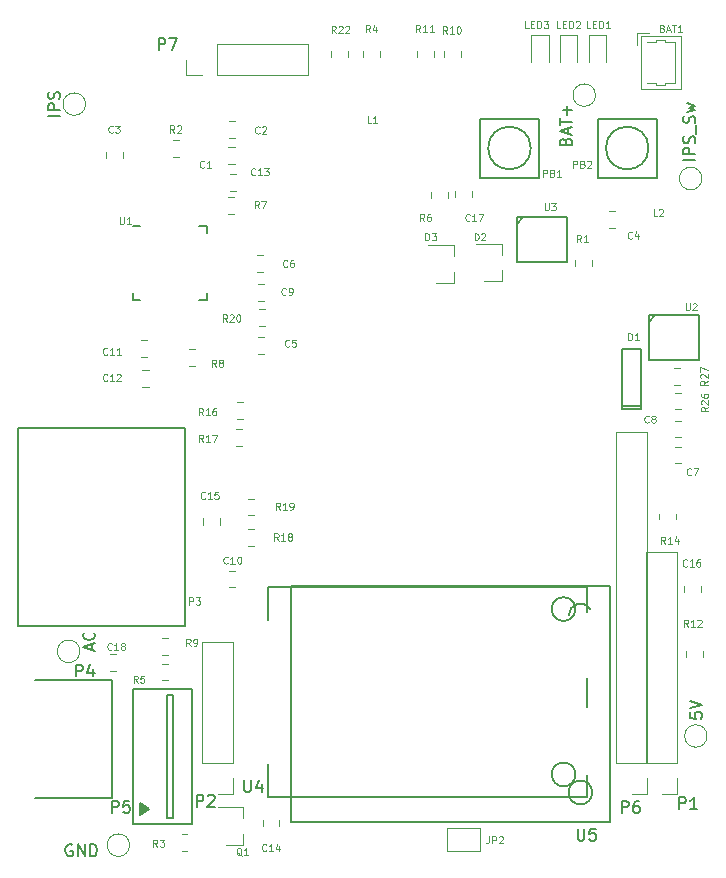
<source format=gbr>
G04 #@! TF.GenerationSoftware,KiCad,Pcbnew,(5.99.0-10509-g065f85b504)*
G04 #@! TF.CreationDate,2021-07-11T16:30:22-06:00*
G04 #@! TF.ProjectId,HAT_ver_7,4841545f-7665-4725-9f37-2e6b69636164,7.0.6*
G04 #@! TF.SameCoordinates,Original*
G04 #@! TF.FileFunction,Legend,Top*
G04 #@! TF.FilePolarity,Positive*
%FSLAX46Y46*%
G04 Gerber Fmt 4.6, Leading zero omitted, Abs format (unit mm)*
G04 Created by KiCad (PCBNEW (5.99.0-10509-g065f85b504)) date 2021-07-11 16:30:22*
%MOMM*%
%LPD*%
G01*
G04 APERTURE LIST*
%ADD10C,0.150000*%
%ADD11C,0.100000*%
%ADD12C,0.120000*%
G04 APERTURE END LIST*
D10*
X134050066Y-116612895D02*
X134050066Y-116136704D01*
X134335780Y-116708133D02*
X133335780Y-116374800D01*
X134335780Y-116041466D01*
X134240542Y-115136704D02*
X134288161Y-115184323D01*
X134335780Y-115327180D01*
X134335780Y-115422419D01*
X134288161Y-115565276D01*
X134192923Y-115660514D01*
X134097685Y-115708133D01*
X133907209Y-115755752D01*
X133764352Y-115755752D01*
X133573876Y-115708133D01*
X133478638Y-115660514D01*
X133383400Y-115565276D01*
X133335780Y-115422419D01*
X133335780Y-115327180D01*
X133383400Y-115184323D01*
X133431019Y-115136704D01*
X174178571Y-73547142D02*
X174226190Y-73404285D01*
X174273809Y-73356666D01*
X174369047Y-73309047D01*
X174511904Y-73309047D01*
X174607142Y-73356666D01*
X174654761Y-73404285D01*
X174702380Y-73499523D01*
X174702380Y-73880476D01*
X173702380Y-73880476D01*
X173702380Y-73547142D01*
X173750000Y-73451904D01*
X173797619Y-73404285D01*
X173892857Y-73356666D01*
X173988095Y-73356666D01*
X174083333Y-73404285D01*
X174130952Y-73451904D01*
X174178571Y-73547142D01*
X174178571Y-73880476D01*
X174416666Y-72928095D02*
X174416666Y-72451904D01*
X174702380Y-73023333D02*
X173702380Y-72690000D01*
X174702380Y-72356666D01*
X173702380Y-72166190D02*
X173702380Y-71594761D01*
X174702380Y-71880476D02*
X173702380Y-71880476D01*
X174321428Y-71261428D02*
X174321428Y-70499523D01*
X174702380Y-70880476D02*
X173940476Y-70880476D01*
X131372380Y-71366190D02*
X130372380Y-71366190D01*
X131372380Y-70890000D02*
X130372380Y-70890000D01*
X130372380Y-70509047D01*
X130420000Y-70413809D01*
X130467619Y-70366190D01*
X130562857Y-70318571D01*
X130705714Y-70318571D01*
X130800952Y-70366190D01*
X130848571Y-70413809D01*
X130896190Y-70509047D01*
X130896190Y-70890000D01*
X131324761Y-69937619D02*
X131372380Y-69794761D01*
X131372380Y-69556666D01*
X131324761Y-69461428D01*
X131277142Y-69413809D01*
X131181904Y-69366190D01*
X131086666Y-69366190D01*
X130991428Y-69413809D01*
X130943809Y-69461428D01*
X130896190Y-69556666D01*
X130848571Y-69747142D01*
X130800952Y-69842380D01*
X130753333Y-69890000D01*
X130658095Y-69937619D01*
X130562857Y-69937619D01*
X130467619Y-69890000D01*
X130420000Y-69842380D01*
X130372380Y-69747142D01*
X130372380Y-69509047D01*
X130420000Y-69366190D01*
X184719980Y-121881876D02*
X184719980Y-122358066D01*
X185196171Y-122405685D01*
X185148552Y-122358066D01*
X185100933Y-122262828D01*
X185100933Y-122024733D01*
X185148552Y-121929495D01*
X185196171Y-121881876D01*
X185291409Y-121834257D01*
X185529504Y-121834257D01*
X185624742Y-121881876D01*
X185672361Y-121929495D01*
X185719980Y-122024733D01*
X185719980Y-122262828D01*
X185672361Y-122358066D01*
X185624742Y-122405685D01*
X184719980Y-121548542D02*
X185719980Y-121215209D01*
X184719980Y-120881876D01*
X132410295Y-133104000D02*
X132315057Y-133056380D01*
X132172200Y-133056380D01*
X132029342Y-133104000D01*
X131934104Y-133199238D01*
X131886485Y-133294476D01*
X131838866Y-133484952D01*
X131838866Y-133627809D01*
X131886485Y-133818285D01*
X131934104Y-133913523D01*
X132029342Y-134008761D01*
X132172200Y-134056380D01*
X132267438Y-134056380D01*
X132410295Y-134008761D01*
X132457914Y-133961142D01*
X132457914Y-133627809D01*
X132267438Y-133627809D01*
X132886485Y-134056380D02*
X132886485Y-133056380D01*
X133457914Y-134056380D01*
X133457914Y-133056380D01*
X133934104Y-134056380D02*
X133934104Y-133056380D01*
X134172200Y-133056380D01*
X134315057Y-133104000D01*
X134410295Y-133199238D01*
X134457914Y-133294476D01*
X134505533Y-133484952D01*
X134505533Y-133627809D01*
X134457914Y-133818285D01*
X134410295Y-133913523D01*
X134315057Y-134008761D01*
X134172200Y-134056380D01*
X133934104Y-134056380D01*
X185152380Y-75117142D02*
X184152380Y-75117142D01*
X185152380Y-74640952D02*
X184152380Y-74640952D01*
X184152380Y-74260000D01*
X184200000Y-74164761D01*
X184247619Y-74117142D01*
X184342857Y-74069523D01*
X184485714Y-74069523D01*
X184580952Y-74117142D01*
X184628571Y-74164761D01*
X184676190Y-74260000D01*
X184676190Y-74640952D01*
X185104761Y-73688571D02*
X185152380Y-73545714D01*
X185152380Y-73307619D01*
X185104761Y-73212380D01*
X185057142Y-73164761D01*
X184961904Y-73117142D01*
X184866666Y-73117142D01*
X184771428Y-73164761D01*
X184723809Y-73212380D01*
X184676190Y-73307619D01*
X184628571Y-73498095D01*
X184580952Y-73593333D01*
X184533333Y-73640952D01*
X184438095Y-73688571D01*
X184342857Y-73688571D01*
X184247619Y-73640952D01*
X184200000Y-73593333D01*
X184152380Y-73498095D01*
X184152380Y-73260000D01*
X184200000Y-73117142D01*
X185247619Y-72926666D02*
X185247619Y-72164761D01*
X185104761Y-71974285D02*
X185152380Y-71831428D01*
X185152380Y-71593333D01*
X185104761Y-71498095D01*
X185057142Y-71450476D01*
X184961904Y-71402857D01*
X184866666Y-71402857D01*
X184771428Y-71450476D01*
X184723809Y-71498095D01*
X184676190Y-71593333D01*
X184628571Y-71783809D01*
X184580952Y-71879047D01*
X184533333Y-71926666D01*
X184438095Y-71974285D01*
X184342857Y-71974285D01*
X184247619Y-71926666D01*
X184200000Y-71879047D01*
X184152380Y-71783809D01*
X184152380Y-71545714D01*
X184200000Y-71402857D01*
X184485714Y-71069523D02*
X185152380Y-70879047D01*
X184676190Y-70688571D01*
X185152380Y-70498095D01*
X184485714Y-70307619D01*
D11*
X172281942Y-76522228D02*
X172281942Y-75922228D01*
X172510514Y-75922228D01*
X172567657Y-75950800D01*
X172596228Y-75979371D01*
X172624800Y-76036514D01*
X172624800Y-76122228D01*
X172596228Y-76179371D01*
X172567657Y-76207942D01*
X172510514Y-76236514D01*
X172281942Y-76236514D01*
X173081942Y-76207942D02*
X173167657Y-76236514D01*
X173196228Y-76265085D01*
X173224800Y-76322228D01*
X173224800Y-76407942D01*
X173196228Y-76465085D01*
X173167657Y-76493657D01*
X173110514Y-76522228D01*
X172881942Y-76522228D01*
X172881942Y-75922228D01*
X173081942Y-75922228D01*
X173139085Y-75950800D01*
X173167657Y-75979371D01*
X173196228Y-76036514D01*
X173196228Y-76093657D01*
X173167657Y-76150800D01*
X173139085Y-76179371D01*
X173081942Y-76207942D01*
X172881942Y-76207942D01*
X173796228Y-76522228D02*
X173453371Y-76522228D01*
X173624800Y-76522228D02*
X173624800Y-75922228D01*
X173567657Y-76007942D01*
X173510514Y-76065085D01*
X173453371Y-76093657D01*
X184352857Y-87241428D02*
X184352857Y-87727142D01*
X184381428Y-87784285D01*
X184410000Y-87812857D01*
X184467142Y-87841428D01*
X184581428Y-87841428D01*
X184638571Y-87812857D01*
X184667142Y-87784285D01*
X184695714Y-87727142D01*
X184695714Y-87241428D01*
X184952857Y-87298571D02*
X184981428Y-87270000D01*
X185038571Y-87241428D01*
X185181428Y-87241428D01*
X185238571Y-87270000D01*
X185267142Y-87298571D01*
X185295714Y-87355714D01*
X185295714Y-87412857D01*
X185267142Y-87498571D01*
X184924285Y-87841428D01*
X185295714Y-87841428D01*
X175490200Y-82059428D02*
X175290200Y-81773714D01*
X175147342Y-82059428D02*
X175147342Y-81459428D01*
X175375914Y-81459428D01*
X175433057Y-81488000D01*
X175461628Y-81516571D01*
X175490200Y-81573714D01*
X175490200Y-81659428D01*
X175461628Y-81716571D01*
X175433057Y-81745142D01*
X175375914Y-81773714D01*
X175147342Y-81773714D01*
X176061628Y-82059428D02*
X175718771Y-82059428D01*
X175890200Y-82059428D02*
X175890200Y-81459428D01*
X175833057Y-81545142D01*
X175775914Y-81602285D01*
X175718771Y-81630857D01*
X172402857Y-78761428D02*
X172402857Y-79247142D01*
X172431428Y-79304285D01*
X172460000Y-79332857D01*
X172517142Y-79361428D01*
X172631428Y-79361428D01*
X172688571Y-79332857D01*
X172717142Y-79304285D01*
X172745714Y-79247142D01*
X172745714Y-78761428D01*
X172974285Y-78761428D02*
X173345714Y-78761428D01*
X173145714Y-78990000D01*
X173231428Y-78990000D01*
X173288571Y-79018571D01*
X173317142Y-79047142D01*
X173345714Y-79104285D01*
X173345714Y-79247142D01*
X173317142Y-79304285D01*
X173288571Y-79332857D01*
X173231428Y-79361428D01*
X173060000Y-79361428D01*
X173002857Y-79332857D01*
X172974285Y-79304285D01*
X157710200Y-72001028D02*
X157424485Y-72001028D01*
X157424485Y-71401028D01*
X158224485Y-72001028D02*
X157881628Y-72001028D01*
X158053057Y-72001028D02*
X158053057Y-71401028D01*
X157995914Y-71486742D01*
X157938771Y-71543885D01*
X157881628Y-71572457D01*
X179497142Y-90381428D02*
X179497142Y-89781428D01*
X179640000Y-89781428D01*
X179725714Y-89810000D01*
X179782857Y-89867142D01*
X179811428Y-89924285D01*
X179840000Y-90038571D01*
X179840000Y-90124285D01*
X179811428Y-90238571D01*
X179782857Y-90295714D01*
X179725714Y-90352857D01*
X179640000Y-90381428D01*
X179497142Y-90381428D01*
X180411428Y-90381428D02*
X180068571Y-90381428D01*
X180240000Y-90381428D02*
X180240000Y-89781428D01*
X180182857Y-89867142D01*
X180125714Y-89924285D01*
X180068571Y-89952857D01*
X136423457Y-79960828D02*
X136423457Y-80446542D01*
X136452028Y-80503685D01*
X136480600Y-80532257D01*
X136537742Y-80560828D01*
X136652028Y-80560828D01*
X136709171Y-80532257D01*
X136737742Y-80503685D01*
X136766314Y-80446542D01*
X136766314Y-79960828D01*
X137366314Y-80560828D02*
X137023457Y-80560828D01*
X137194885Y-80560828D02*
X137194885Y-79960828D01*
X137137742Y-80046542D01*
X137080600Y-80103685D01*
X137023457Y-80132257D01*
X142327142Y-112751428D02*
X142327142Y-112151428D01*
X142555714Y-112151428D01*
X142612857Y-112180000D01*
X142641428Y-112208571D01*
X142670000Y-112265714D01*
X142670000Y-112351428D01*
X142641428Y-112408571D01*
X142612857Y-112437142D01*
X142555714Y-112465714D01*
X142327142Y-112465714D01*
X142870000Y-112151428D02*
X143241428Y-112151428D01*
X143041428Y-112380000D01*
X143127142Y-112380000D01*
X143184285Y-112408571D01*
X143212857Y-112437142D01*
X143241428Y-112494285D01*
X143241428Y-112637142D01*
X143212857Y-112694285D01*
X143184285Y-112722857D01*
X143127142Y-112751428D01*
X142955714Y-112751428D01*
X142898571Y-112722857D01*
X142870000Y-112694285D01*
D10*
X183792904Y-130068580D02*
X183792904Y-129068580D01*
X184173857Y-129068580D01*
X184269095Y-129116200D01*
X184316714Y-129163819D01*
X184364333Y-129259057D01*
X184364333Y-129401914D01*
X184316714Y-129497152D01*
X184269095Y-129544771D01*
X184173857Y-129592390D01*
X183792904Y-129592390D01*
X185316714Y-130068580D02*
X184745285Y-130068580D01*
X185031000Y-130068580D02*
X185031000Y-129068580D01*
X184935761Y-129211438D01*
X184840523Y-129306676D01*
X184745285Y-129354295D01*
D11*
X182361428Y-63957142D02*
X182447142Y-63985714D01*
X182475714Y-64014285D01*
X182504285Y-64071428D01*
X182504285Y-64157142D01*
X182475714Y-64214285D01*
X182447142Y-64242857D01*
X182390000Y-64271428D01*
X182161428Y-64271428D01*
X182161428Y-63671428D01*
X182361428Y-63671428D01*
X182418571Y-63700000D01*
X182447142Y-63728571D01*
X182475714Y-63785714D01*
X182475714Y-63842857D01*
X182447142Y-63900000D01*
X182418571Y-63928571D01*
X182361428Y-63957142D01*
X182161428Y-63957142D01*
X182732857Y-64100000D02*
X183018571Y-64100000D01*
X182675714Y-64271428D02*
X182875714Y-63671428D01*
X183075714Y-64271428D01*
X183190000Y-63671428D02*
X183532857Y-63671428D01*
X183361428Y-64271428D02*
X183361428Y-63671428D01*
X184047142Y-64271428D02*
X183704285Y-64271428D01*
X183875714Y-64271428D02*
X183875714Y-63671428D01*
X183818571Y-63757142D01*
X183761428Y-63814285D01*
X183704285Y-63842857D01*
X137949000Y-119372028D02*
X137749000Y-119086314D01*
X137606142Y-119372028D02*
X137606142Y-118772028D01*
X137834714Y-118772028D01*
X137891857Y-118800600D01*
X137920428Y-118829171D01*
X137949000Y-118886314D01*
X137949000Y-118972028D01*
X137920428Y-119029171D01*
X137891857Y-119057742D01*
X137834714Y-119086314D01*
X137606142Y-119086314D01*
X138491857Y-118772028D02*
X138206142Y-118772028D01*
X138177571Y-119057742D01*
X138206142Y-119029171D01*
X138263285Y-119000600D01*
X138406142Y-119000600D01*
X138463285Y-119029171D01*
X138491857Y-119057742D01*
X138520428Y-119114885D01*
X138520428Y-119257742D01*
X138491857Y-119314885D01*
X138463285Y-119343457D01*
X138406142Y-119372028D01*
X138263285Y-119372028D01*
X138206142Y-119343457D01*
X138177571Y-119314885D01*
X166060485Y-80224285D02*
X166031914Y-80252857D01*
X165946200Y-80281428D01*
X165889057Y-80281428D01*
X165803342Y-80252857D01*
X165746200Y-80195714D01*
X165717628Y-80138571D01*
X165689057Y-80024285D01*
X165689057Y-79938571D01*
X165717628Y-79824285D01*
X165746200Y-79767142D01*
X165803342Y-79710000D01*
X165889057Y-79681428D01*
X165946200Y-79681428D01*
X166031914Y-79710000D01*
X166060485Y-79738571D01*
X166631914Y-80281428D02*
X166289057Y-80281428D01*
X166460485Y-80281428D02*
X166460485Y-79681428D01*
X166403342Y-79767142D01*
X166346200Y-79824285D01*
X166289057Y-79852857D01*
X166831914Y-79681428D02*
X167231914Y-79681428D01*
X166974771Y-80281428D01*
X162231400Y-80281428D02*
X162031400Y-79995714D01*
X161888542Y-80281428D02*
X161888542Y-79681428D01*
X162117114Y-79681428D01*
X162174257Y-79710000D01*
X162202828Y-79738571D01*
X162231400Y-79795714D01*
X162231400Y-79881428D01*
X162202828Y-79938571D01*
X162174257Y-79967142D01*
X162117114Y-79995714D01*
X161888542Y-79995714D01*
X162745685Y-79681428D02*
X162631400Y-79681428D01*
X162574257Y-79710000D01*
X162545685Y-79738571D01*
X162488542Y-79824285D01*
X162459971Y-79938571D01*
X162459971Y-80167142D01*
X162488542Y-80224285D01*
X162517114Y-80252857D01*
X162574257Y-80281428D01*
X162688542Y-80281428D01*
X162745685Y-80252857D01*
X162774257Y-80224285D01*
X162802828Y-80167142D01*
X162802828Y-80024285D01*
X162774257Y-79967142D01*
X162745685Y-79938571D01*
X162688542Y-79910000D01*
X162574257Y-79910000D01*
X162517114Y-79938571D01*
X162488542Y-79967142D01*
X162459971Y-80024285D01*
X166485942Y-81907028D02*
X166485942Y-81307028D01*
X166628800Y-81307028D01*
X166714514Y-81335600D01*
X166771657Y-81392742D01*
X166800228Y-81449885D01*
X166828800Y-81564171D01*
X166828800Y-81649885D01*
X166800228Y-81764171D01*
X166771657Y-81821314D01*
X166714514Y-81878457D01*
X166628800Y-81907028D01*
X166485942Y-81907028D01*
X167057371Y-81364171D02*
X167085942Y-81335600D01*
X167143085Y-81307028D01*
X167285942Y-81307028D01*
X167343085Y-81335600D01*
X167371657Y-81364171D01*
X167400228Y-81421314D01*
X167400228Y-81478457D01*
X167371657Y-81564171D01*
X167028800Y-81907028D01*
X167400228Y-81907028D01*
X184551885Y-114620628D02*
X184351885Y-114334914D01*
X184209028Y-114620628D02*
X184209028Y-114020628D01*
X184437600Y-114020628D01*
X184494742Y-114049200D01*
X184523314Y-114077771D01*
X184551885Y-114134914D01*
X184551885Y-114220628D01*
X184523314Y-114277771D01*
X184494742Y-114306342D01*
X184437600Y-114334914D01*
X184209028Y-114334914D01*
X185123314Y-114620628D02*
X184780457Y-114620628D01*
X184951885Y-114620628D02*
X184951885Y-114020628D01*
X184894742Y-114106342D01*
X184837600Y-114163485D01*
X184780457Y-114192057D01*
X185351885Y-114077771D02*
X185380457Y-114049200D01*
X185437600Y-114020628D01*
X185580457Y-114020628D01*
X185637600Y-114049200D01*
X185666171Y-114077771D01*
X185694742Y-114134914D01*
X185694742Y-114192057D01*
X185666171Y-114277771D01*
X185323314Y-114620628D01*
X185694742Y-114620628D01*
X143587800Y-75703085D02*
X143559228Y-75731657D01*
X143473514Y-75760228D01*
X143416371Y-75760228D01*
X143330657Y-75731657D01*
X143273514Y-75674514D01*
X143244942Y-75617371D01*
X143216371Y-75503085D01*
X143216371Y-75417371D01*
X143244942Y-75303085D01*
X143273514Y-75245942D01*
X143330657Y-75188800D01*
X143416371Y-75160228D01*
X143473514Y-75160228D01*
X143559228Y-75188800D01*
X143587800Y-75217371D01*
X144159228Y-75760228D02*
X143816371Y-75760228D01*
X143987800Y-75760228D02*
X143987800Y-75160228D01*
X143930657Y-75245942D01*
X143873514Y-75303085D01*
X143816371Y-75331657D01*
X148273800Y-72815085D02*
X148245228Y-72843657D01*
X148159514Y-72872228D01*
X148102371Y-72872228D01*
X148016657Y-72843657D01*
X147959514Y-72786514D01*
X147930942Y-72729371D01*
X147902371Y-72615085D01*
X147902371Y-72529371D01*
X147930942Y-72415085D01*
X147959514Y-72357942D01*
X148016657Y-72300800D01*
X148102371Y-72272228D01*
X148159514Y-72272228D01*
X148245228Y-72300800D01*
X148273800Y-72329371D01*
X148502371Y-72329371D02*
X148530942Y-72300800D01*
X148588085Y-72272228D01*
X148730942Y-72272228D01*
X148788085Y-72300800D01*
X148816657Y-72329371D01*
X148845228Y-72386514D01*
X148845228Y-72443657D01*
X148816657Y-72529371D01*
X148473800Y-72872228D01*
X148845228Y-72872228D01*
X135854600Y-72737785D02*
X135826028Y-72766357D01*
X135740314Y-72794928D01*
X135683171Y-72794928D01*
X135597457Y-72766357D01*
X135540314Y-72709214D01*
X135511742Y-72652071D01*
X135483171Y-72537785D01*
X135483171Y-72452071D01*
X135511742Y-72337785D01*
X135540314Y-72280642D01*
X135597457Y-72223500D01*
X135683171Y-72194928D01*
X135740314Y-72194928D01*
X135826028Y-72223500D01*
X135854600Y-72252071D01*
X136054600Y-72194928D02*
X136426028Y-72194928D01*
X136226028Y-72423500D01*
X136311742Y-72423500D01*
X136368885Y-72452071D01*
X136397457Y-72480642D01*
X136426028Y-72537785D01*
X136426028Y-72680642D01*
X136397457Y-72737785D01*
X136368885Y-72766357D01*
X136311742Y-72794928D01*
X136140314Y-72794928D01*
X136083171Y-72766357D01*
X136054600Y-72737785D01*
X179808200Y-81722885D02*
X179779628Y-81751457D01*
X179693914Y-81780028D01*
X179636771Y-81780028D01*
X179551057Y-81751457D01*
X179493914Y-81694314D01*
X179465342Y-81637171D01*
X179436771Y-81522885D01*
X179436771Y-81437171D01*
X179465342Y-81322885D01*
X179493914Y-81265742D01*
X179551057Y-81208600D01*
X179636771Y-81180028D01*
X179693914Y-81180028D01*
X179779628Y-81208600D01*
X179808200Y-81237171D01*
X180322485Y-81380028D02*
X180322485Y-81780028D01*
X180179628Y-81151457D02*
X180036771Y-81580028D01*
X180408200Y-81580028D01*
X150801400Y-90866885D02*
X150772828Y-90895457D01*
X150687114Y-90924028D01*
X150629971Y-90924028D01*
X150544257Y-90895457D01*
X150487114Y-90838314D01*
X150458542Y-90781171D01*
X150429971Y-90666885D01*
X150429971Y-90581171D01*
X150458542Y-90466885D01*
X150487114Y-90409742D01*
X150544257Y-90352600D01*
X150629971Y-90324028D01*
X150687114Y-90324028D01*
X150772828Y-90352600D01*
X150801400Y-90381171D01*
X151344257Y-90324028D02*
X151058542Y-90324028D01*
X151029971Y-90609742D01*
X151058542Y-90581171D01*
X151115685Y-90552600D01*
X151258542Y-90552600D01*
X151315685Y-90581171D01*
X151344257Y-90609742D01*
X151372828Y-90666885D01*
X151372828Y-90809742D01*
X151344257Y-90866885D01*
X151315685Y-90895457D01*
X151258542Y-90924028D01*
X151115685Y-90924028D01*
X151058542Y-90895457D01*
X151029971Y-90866885D01*
X150623600Y-84110485D02*
X150595028Y-84139057D01*
X150509314Y-84167628D01*
X150452171Y-84167628D01*
X150366457Y-84139057D01*
X150309314Y-84081914D01*
X150280742Y-84024771D01*
X150252171Y-83910485D01*
X150252171Y-83824771D01*
X150280742Y-83710485D01*
X150309314Y-83653342D01*
X150366457Y-83596200D01*
X150452171Y-83567628D01*
X150509314Y-83567628D01*
X150595028Y-83596200D01*
X150623600Y-83624771D01*
X151137885Y-83567628D02*
X151023600Y-83567628D01*
X150966457Y-83596200D01*
X150937885Y-83624771D01*
X150880742Y-83710485D01*
X150852171Y-83824771D01*
X150852171Y-84053342D01*
X150880742Y-84110485D01*
X150909314Y-84139057D01*
X150966457Y-84167628D01*
X151080742Y-84167628D01*
X151137885Y-84139057D01*
X151166457Y-84110485D01*
X151195028Y-84053342D01*
X151195028Y-83910485D01*
X151166457Y-83853342D01*
X151137885Y-83824771D01*
X151080742Y-83796200D01*
X150966457Y-83796200D01*
X150909314Y-83824771D01*
X150880742Y-83853342D01*
X150852171Y-83910485D01*
X184820000Y-101764285D02*
X184791428Y-101792857D01*
X184705714Y-101821428D01*
X184648571Y-101821428D01*
X184562857Y-101792857D01*
X184505714Y-101735714D01*
X184477142Y-101678571D01*
X184448571Y-101564285D01*
X184448571Y-101478571D01*
X184477142Y-101364285D01*
X184505714Y-101307142D01*
X184562857Y-101250000D01*
X184648571Y-101221428D01*
X184705714Y-101221428D01*
X184791428Y-101250000D01*
X184820000Y-101278571D01*
X185020000Y-101221428D02*
X185420000Y-101221428D01*
X185162857Y-101821428D01*
X181230600Y-97293085D02*
X181202028Y-97321657D01*
X181116314Y-97350228D01*
X181059171Y-97350228D01*
X180973457Y-97321657D01*
X180916314Y-97264514D01*
X180887742Y-97207371D01*
X180859171Y-97093085D01*
X180859171Y-97007371D01*
X180887742Y-96893085D01*
X180916314Y-96835942D01*
X180973457Y-96778800D01*
X181059171Y-96750228D01*
X181116314Y-96750228D01*
X181202028Y-96778800D01*
X181230600Y-96807371D01*
X181573457Y-97007371D02*
X181516314Y-96978800D01*
X181487742Y-96950228D01*
X181459171Y-96893085D01*
X181459171Y-96864514D01*
X181487742Y-96807371D01*
X181516314Y-96778800D01*
X181573457Y-96750228D01*
X181687742Y-96750228D01*
X181744885Y-96778800D01*
X181773457Y-96807371D01*
X181802028Y-96864514D01*
X181802028Y-96893085D01*
X181773457Y-96950228D01*
X181744885Y-96978800D01*
X181687742Y-97007371D01*
X181573457Y-97007371D01*
X181516314Y-97035942D01*
X181487742Y-97064514D01*
X181459171Y-97121657D01*
X181459171Y-97235942D01*
X181487742Y-97293085D01*
X181516314Y-97321657D01*
X181573457Y-97350228D01*
X181687742Y-97350228D01*
X181744885Y-97321657D01*
X181773457Y-97293085D01*
X181802028Y-97235942D01*
X181802028Y-97121657D01*
X181773457Y-97064514D01*
X181744885Y-97035942D01*
X181687742Y-97007371D01*
X145584285Y-109244885D02*
X145555714Y-109273457D01*
X145470000Y-109302028D01*
X145412857Y-109302028D01*
X145327142Y-109273457D01*
X145270000Y-109216314D01*
X145241428Y-109159171D01*
X145212857Y-109044885D01*
X145212857Y-108959171D01*
X145241428Y-108844885D01*
X145270000Y-108787742D01*
X145327142Y-108730600D01*
X145412857Y-108702028D01*
X145470000Y-108702028D01*
X145555714Y-108730600D01*
X145584285Y-108759171D01*
X146155714Y-109302028D02*
X145812857Y-109302028D01*
X145984285Y-109302028D02*
X145984285Y-108702028D01*
X145927142Y-108787742D01*
X145870000Y-108844885D01*
X145812857Y-108873457D01*
X146527142Y-108702028D02*
X146584285Y-108702028D01*
X146641428Y-108730600D01*
X146670000Y-108759171D01*
X146698571Y-108816314D01*
X146727142Y-108930600D01*
X146727142Y-109073457D01*
X146698571Y-109187742D01*
X146670000Y-109244885D01*
X146641428Y-109273457D01*
X146584285Y-109302028D01*
X146527142Y-109302028D01*
X146470000Y-109273457D01*
X146441428Y-109244885D01*
X146412857Y-109187742D01*
X146384285Y-109073457D01*
X146384285Y-108930600D01*
X146412857Y-108816314D01*
X146441428Y-108759171D01*
X146470000Y-108730600D01*
X146527142Y-108702028D01*
X135377285Y-91552685D02*
X135348714Y-91581257D01*
X135263000Y-91609828D01*
X135205857Y-91609828D01*
X135120142Y-91581257D01*
X135063000Y-91524114D01*
X135034428Y-91466971D01*
X135005857Y-91352685D01*
X135005857Y-91266971D01*
X135034428Y-91152685D01*
X135063000Y-91095542D01*
X135120142Y-91038400D01*
X135205857Y-91009828D01*
X135263000Y-91009828D01*
X135348714Y-91038400D01*
X135377285Y-91066971D01*
X135948714Y-91609828D02*
X135605857Y-91609828D01*
X135777285Y-91609828D02*
X135777285Y-91009828D01*
X135720142Y-91095542D01*
X135663000Y-91152685D01*
X135605857Y-91181257D01*
X136520142Y-91609828D02*
X136177285Y-91609828D01*
X136348714Y-91609828D02*
X136348714Y-91009828D01*
X136291571Y-91095542D01*
X136234428Y-91152685D01*
X136177285Y-91181257D01*
X135377285Y-93762485D02*
X135348714Y-93791057D01*
X135263000Y-93819628D01*
X135205857Y-93819628D01*
X135120142Y-93791057D01*
X135063000Y-93733914D01*
X135034428Y-93676771D01*
X135005857Y-93562485D01*
X135005857Y-93476771D01*
X135034428Y-93362485D01*
X135063000Y-93305342D01*
X135120142Y-93248200D01*
X135205857Y-93219628D01*
X135263000Y-93219628D01*
X135348714Y-93248200D01*
X135377285Y-93276771D01*
X135948714Y-93819628D02*
X135605857Y-93819628D01*
X135777285Y-93819628D02*
X135777285Y-93219628D01*
X135720142Y-93305342D01*
X135663000Y-93362485D01*
X135605857Y-93391057D01*
X136177285Y-93276771D02*
X136205857Y-93248200D01*
X136263000Y-93219628D01*
X136405857Y-93219628D01*
X136463000Y-93248200D01*
X136491571Y-93276771D01*
X136520142Y-93333914D01*
X136520142Y-93391057D01*
X136491571Y-93476771D01*
X136148714Y-93819628D01*
X136520142Y-93819628D01*
X147914285Y-76364285D02*
X147885714Y-76392857D01*
X147800000Y-76421428D01*
X147742857Y-76421428D01*
X147657142Y-76392857D01*
X147600000Y-76335714D01*
X147571428Y-76278571D01*
X147542857Y-76164285D01*
X147542857Y-76078571D01*
X147571428Y-75964285D01*
X147600000Y-75907142D01*
X147657142Y-75850000D01*
X147742857Y-75821428D01*
X147800000Y-75821428D01*
X147885714Y-75850000D01*
X147914285Y-75878571D01*
X148485714Y-76421428D02*
X148142857Y-76421428D01*
X148314285Y-76421428D02*
X148314285Y-75821428D01*
X148257142Y-75907142D01*
X148200000Y-75964285D01*
X148142857Y-75992857D01*
X148685714Y-75821428D02*
X149057142Y-75821428D01*
X148857142Y-76050000D01*
X148942857Y-76050000D01*
X149000000Y-76078571D01*
X149028571Y-76107142D01*
X149057142Y-76164285D01*
X149057142Y-76307142D01*
X149028571Y-76364285D01*
X149000000Y-76392857D01*
X148942857Y-76421428D01*
X148771428Y-76421428D01*
X148714285Y-76392857D01*
X148685714Y-76364285D01*
X148839285Y-133564285D02*
X148810714Y-133592857D01*
X148725000Y-133621428D01*
X148667857Y-133621428D01*
X148582142Y-133592857D01*
X148525000Y-133535714D01*
X148496428Y-133478571D01*
X148467857Y-133364285D01*
X148467857Y-133278571D01*
X148496428Y-133164285D01*
X148525000Y-133107142D01*
X148582142Y-133050000D01*
X148667857Y-133021428D01*
X148725000Y-133021428D01*
X148810714Y-133050000D01*
X148839285Y-133078571D01*
X149410714Y-133621428D02*
X149067857Y-133621428D01*
X149239285Y-133621428D02*
X149239285Y-133021428D01*
X149182142Y-133107142D01*
X149125000Y-133164285D01*
X149067857Y-133192857D01*
X149925000Y-133221428D02*
X149925000Y-133621428D01*
X149782142Y-132992857D02*
X149639285Y-133421428D01*
X150010714Y-133421428D01*
X143657685Y-103744685D02*
X143629114Y-103773257D01*
X143543400Y-103801828D01*
X143486257Y-103801828D01*
X143400542Y-103773257D01*
X143343400Y-103716114D01*
X143314828Y-103658971D01*
X143286257Y-103544685D01*
X143286257Y-103458971D01*
X143314828Y-103344685D01*
X143343400Y-103287542D01*
X143400542Y-103230400D01*
X143486257Y-103201828D01*
X143543400Y-103201828D01*
X143629114Y-103230400D01*
X143657685Y-103258971D01*
X144229114Y-103801828D02*
X143886257Y-103801828D01*
X144057685Y-103801828D02*
X144057685Y-103201828D01*
X144000542Y-103287542D01*
X143943400Y-103344685D01*
X143886257Y-103373257D01*
X144771971Y-103201828D02*
X144486257Y-103201828D01*
X144457685Y-103487542D01*
X144486257Y-103458971D01*
X144543400Y-103430400D01*
X144686257Y-103430400D01*
X144743400Y-103458971D01*
X144771971Y-103487542D01*
X144800542Y-103544685D01*
X144800542Y-103687542D01*
X144771971Y-103744685D01*
X144743400Y-103773257D01*
X144686257Y-103801828D01*
X144543400Y-103801828D01*
X144486257Y-103773257D01*
X144457685Y-103744685D01*
X141073200Y-72788428D02*
X140873200Y-72502714D01*
X140730342Y-72788428D02*
X140730342Y-72188428D01*
X140958914Y-72188428D01*
X141016057Y-72217000D01*
X141044628Y-72245571D01*
X141073200Y-72302714D01*
X141073200Y-72388428D01*
X141044628Y-72445571D01*
X141016057Y-72474142D01*
X140958914Y-72502714D01*
X140730342Y-72502714D01*
X141301771Y-72245571D02*
X141330342Y-72217000D01*
X141387485Y-72188428D01*
X141530342Y-72188428D01*
X141587485Y-72217000D01*
X141616057Y-72245571D01*
X141644628Y-72302714D01*
X141644628Y-72359857D01*
X141616057Y-72445571D01*
X141273200Y-72788428D01*
X141644628Y-72788428D01*
X157634000Y-64279428D02*
X157434000Y-63993714D01*
X157291142Y-64279428D02*
X157291142Y-63679428D01*
X157519714Y-63679428D01*
X157576857Y-63708000D01*
X157605428Y-63736571D01*
X157634000Y-63793714D01*
X157634000Y-63879428D01*
X157605428Y-63936571D01*
X157576857Y-63965142D01*
X157519714Y-63993714D01*
X157291142Y-63993714D01*
X158148285Y-63879428D02*
X158148285Y-64279428D01*
X158005428Y-63650857D02*
X157862571Y-64079428D01*
X158234000Y-64079428D01*
X148231500Y-79175228D02*
X148031500Y-78889514D01*
X147888642Y-79175228D02*
X147888642Y-78575228D01*
X148117214Y-78575228D01*
X148174357Y-78603800D01*
X148202928Y-78632371D01*
X148231500Y-78689514D01*
X148231500Y-78775228D01*
X148202928Y-78832371D01*
X148174357Y-78860942D01*
X148117214Y-78889514D01*
X147888642Y-78889514D01*
X148431500Y-78575228D02*
X148831500Y-78575228D01*
X148574357Y-79175228D01*
X144603800Y-92625828D02*
X144403800Y-92340114D01*
X144260942Y-92625828D02*
X144260942Y-92025828D01*
X144489514Y-92025828D01*
X144546657Y-92054400D01*
X144575228Y-92082971D01*
X144603800Y-92140114D01*
X144603800Y-92225828D01*
X144575228Y-92282971D01*
X144546657Y-92311542D01*
X144489514Y-92340114D01*
X144260942Y-92340114D01*
X144946657Y-92282971D02*
X144889514Y-92254400D01*
X144860942Y-92225828D01*
X144832371Y-92168685D01*
X144832371Y-92140114D01*
X144860942Y-92082971D01*
X144889514Y-92054400D01*
X144946657Y-92025828D01*
X145060942Y-92025828D01*
X145118085Y-92054400D01*
X145146657Y-92082971D01*
X145175228Y-92140114D01*
X145175228Y-92168685D01*
X145146657Y-92225828D01*
X145118085Y-92254400D01*
X145060942Y-92282971D01*
X144946657Y-92282971D01*
X144889514Y-92311542D01*
X144860942Y-92340114D01*
X144832371Y-92397257D01*
X144832371Y-92511542D01*
X144860942Y-92568685D01*
X144889514Y-92597257D01*
X144946657Y-92625828D01*
X145060942Y-92625828D01*
X145118085Y-92597257D01*
X145146657Y-92568685D01*
X145175228Y-92511542D01*
X145175228Y-92397257D01*
X145146657Y-92340114D01*
X145118085Y-92311542D01*
X145060942Y-92282971D01*
X164155485Y-64406428D02*
X163955485Y-64120714D01*
X163812628Y-64406428D02*
X163812628Y-63806428D01*
X164041200Y-63806428D01*
X164098342Y-63835000D01*
X164126914Y-63863571D01*
X164155485Y-63920714D01*
X164155485Y-64006428D01*
X164126914Y-64063571D01*
X164098342Y-64092142D01*
X164041200Y-64120714D01*
X163812628Y-64120714D01*
X164726914Y-64406428D02*
X164384057Y-64406428D01*
X164555485Y-64406428D02*
X164555485Y-63806428D01*
X164498342Y-63892142D01*
X164441200Y-63949285D01*
X164384057Y-63977857D01*
X165098342Y-63806428D02*
X165155485Y-63806428D01*
X165212628Y-63835000D01*
X165241200Y-63863571D01*
X165269771Y-63920714D01*
X165298342Y-64035000D01*
X165298342Y-64177857D01*
X165269771Y-64292142D01*
X165241200Y-64349285D01*
X165212628Y-64377857D01*
X165155485Y-64406428D01*
X165098342Y-64406428D01*
X165041200Y-64377857D01*
X165012628Y-64349285D01*
X164984057Y-64292142D01*
X164955485Y-64177857D01*
X164955485Y-64035000D01*
X164984057Y-63920714D01*
X165012628Y-63863571D01*
X165041200Y-63835000D01*
X165098342Y-63806428D01*
X161869485Y-64279428D02*
X161669485Y-63993714D01*
X161526628Y-64279428D02*
X161526628Y-63679428D01*
X161755200Y-63679428D01*
X161812342Y-63708000D01*
X161840914Y-63736571D01*
X161869485Y-63793714D01*
X161869485Y-63879428D01*
X161840914Y-63936571D01*
X161812342Y-63965142D01*
X161755200Y-63993714D01*
X161526628Y-63993714D01*
X162440914Y-64279428D02*
X162098057Y-64279428D01*
X162269485Y-64279428D02*
X162269485Y-63679428D01*
X162212342Y-63765142D01*
X162155200Y-63822285D01*
X162098057Y-63850857D01*
X163012342Y-64279428D02*
X162669485Y-64279428D01*
X162840914Y-64279428D02*
X162840914Y-63679428D01*
X162783771Y-63765142D01*
X162726628Y-63822285D01*
X162669485Y-63850857D01*
X143479885Y-96740628D02*
X143279885Y-96454914D01*
X143137028Y-96740628D02*
X143137028Y-96140628D01*
X143365600Y-96140628D01*
X143422742Y-96169200D01*
X143451314Y-96197771D01*
X143479885Y-96254914D01*
X143479885Y-96340628D01*
X143451314Y-96397771D01*
X143422742Y-96426342D01*
X143365600Y-96454914D01*
X143137028Y-96454914D01*
X144051314Y-96740628D02*
X143708457Y-96740628D01*
X143879885Y-96740628D02*
X143879885Y-96140628D01*
X143822742Y-96226342D01*
X143765600Y-96283485D01*
X143708457Y-96312057D01*
X144565600Y-96140628D02*
X144451314Y-96140628D01*
X144394171Y-96169200D01*
X144365600Y-96197771D01*
X144308457Y-96283485D01*
X144279885Y-96397771D01*
X144279885Y-96626342D01*
X144308457Y-96683485D01*
X144337028Y-96712057D01*
X144394171Y-96740628D01*
X144508457Y-96740628D01*
X144565600Y-96712057D01*
X144594171Y-96683485D01*
X144622742Y-96626342D01*
X144622742Y-96483485D01*
X144594171Y-96426342D01*
X144565600Y-96397771D01*
X144508457Y-96369200D01*
X144394171Y-96369200D01*
X144337028Y-96397771D01*
X144308457Y-96426342D01*
X144279885Y-96483485D01*
X143479885Y-98975828D02*
X143279885Y-98690114D01*
X143137028Y-98975828D02*
X143137028Y-98375828D01*
X143365600Y-98375828D01*
X143422742Y-98404400D01*
X143451314Y-98432971D01*
X143479885Y-98490114D01*
X143479885Y-98575828D01*
X143451314Y-98632971D01*
X143422742Y-98661542D01*
X143365600Y-98690114D01*
X143137028Y-98690114D01*
X144051314Y-98975828D02*
X143708457Y-98975828D01*
X143879885Y-98975828D02*
X143879885Y-98375828D01*
X143822742Y-98461542D01*
X143765600Y-98518685D01*
X143708457Y-98547257D01*
X144251314Y-98375828D02*
X144651314Y-98375828D01*
X144394171Y-98975828D01*
X149880685Y-107332428D02*
X149680685Y-107046714D01*
X149537828Y-107332428D02*
X149537828Y-106732428D01*
X149766400Y-106732428D01*
X149823542Y-106761000D01*
X149852114Y-106789571D01*
X149880685Y-106846714D01*
X149880685Y-106932428D01*
X149852114Y-106989571D01*
X149823542Y-107018142D01*
X149766400Y-107046714D01*
X149537828Y-107046714D01*
X150452114Y-107332428D02*
X150109257Y-107332428D01*
X150280685Y-107332428D02*
X150280685Y-106732428D01*
X150223542Y-106818142D01*
X150166400Y-106875285D01*
X150109257Y-106903857D01*
X150794971Y-106989571D02*
X150737828Y-106961000D01*
X150709257Y-106932428D01*
X150680685Y-106875285D01*
X150680685Y-106846714D01*
X150709257Y-106789571D01*
X150737828Y-106761000D01*
X150794971Y-106732428D01*
X150909257Y-106732428D01*
X150966400Y-106761000D01*
X150994971Y-106789571D01*
X151023542Y-106846714D01*
X151023542Y-106875285D01*
X150994971Y-106932428D01*
X150966400Y-106961000D01*
X150909257Y-106989571D01*
X150794971Y-106989571D01*
X150737828Y-107018142D01*
X150709257Y-107046714D01*
X150680685Y-107103857D01*
X150680685Y-107218142D01*
X150709257Y-107275285D01*
X150737828Y-107303857D01*
X150794971Y-107332428D01*
X150909257Y-107332428D01*
X150966400Y-107303857D01*
X150994971Y-107275285D01*
X151023542Y-107218142D01*
X151023542Y-107103857D01*
X150994971Y-107046714D01*
X150966400Y-107018142D01*
X150909257Y-106989571D01*
X150007685Y-104716228D02*
X149807685Y-104430514D01*
X149664828Y-104716228D02*
X149664828Y-104116228D01*
X149893400Y-104116228D01*
X149950542Y-104144800D01*
X149979114Y-104173371D01*
X150007685Y-104230514D01*
X150007685Y-104316228D01*
X149979114Y-104373371D01*
X149950542Y-104401942D01*
X149893400Y-104430514D01*
X149664828Y-104430514D01*
X150579114Y-104716228D02*
X150236257Y-104716228D01*
X150407685Y-104716228D02*
X150407685Y-104116228D01*
X150350542Y-104201942D01*
X150293400Y-104259085D01*
X150236257Y-104287657D01*
X150864828Y-104716228D02*
X150979114Y-104716228D01*
X151036257Y-104687657D01*
X151064828Y-104659085D01*
X151121971Y-104573371D01*
X151150542Y-104459085D01*
X151150542Y-104230514D01*
X151121971Y-104173371D01*
X151093400Y-104144800D01*
X151036257Y-104116228D01*
X150921971Y-104116228D01*
X150864828Y-104144800D01*
X150836257Y-104173371D01*
X150807685Y-104230514D01*
X150807685Y-104373371D01*
X150836257Y-104430514D01*
X150864828Y-104459085D01*
X150921971Y-104487657D01*
X151036257Y-104487657D01*
X151093400Y-104459085D01*
X151121971Y-104430514D01*
X151150542Y-104373371D01*
X145511885Y-88790428D02*
X145311885Y-88504714D01*
X145169028Y-88790428D02*
X145169028Y-88190428D01*
X145397600Y-88190428D01*
X145454742Y-88219000D01*
X145483314Y-88247571D01*
X145511885Y-88304714D01*
X145511885Y-88390428D01*
X145483314Y-88447571D01*
X145454742Y-88476142D01*
X145397600Y-88504714D01*
X145169028Y-88504714D01*
X145740457Y-88247571D02*
X145769028Y-88219000D01*
X145826171Y-88190428D01*
X145969028Y-88190428D01*
X146026171Y-88219000D01*
X146054742Y-88247571D01*
X146083314Y-88304714D01*
X146083314Y-88361857D01*
X146054742Y-88447571D01*
X145711885Y-88790428D01*
X146083314Y-88790428D01*
X146454742Y-88190428D02*
X146511885Y-88190428D01*
X146569028Y-88219000D01*
X146597600Y-88247571D01*
X146626171Y-88304714D01*
X146654742Y-88419000D01*
X146654742Y-88561857D01*
X146626171Y-88676142D01*
X146597600Y-88733285D01*
X146569028Y-88761857D01*
X146511885Y-88790428D01*
X146454742Y-88790428D01*
X146397600Y-88761857D01*
X146369028Y-88733285D01*
X146340457Y-88676142D01*
X146311885Y-88561857D01*
X146311885Y-88419000D01*
X146340457Y-88304714D01*
X146369028Y-88247571D01*
X146397600Y-88219000D01*
X146454742Y-88190428D01*
X154732085Y-64355628D02*
X154532085Y-64069914D01*
X154389228Y-64355628D02*
X154389228Y-63755628D01*
X154617800Y-63755628D01*
X154674942Y-63784200D01*
X154703514Y-63812771D01*
X154732085Y-63869914D01*
X154732085Y-63955628D01*
X154703514Y-64012771D01*
X154674942Y-64041342D01*
X154617800Y-64069914D01*
X154389228Y-64069914D01*
X154960657Y-63812771D02*
X154989228Y-63784200D01*
X155046371Y-63755628D01*
X155189228Y-63755628D01*
X155246371Y-63784200D01*
X155274942Y-63812771D01*
X155303514Y-63869914D01*
X155303514Y-63927057D01*
X155274942Y-64012771D01*
X154932085Y-64355628D01*
X155303514Y-64355628D01*
X155532085Y-63812771D02*
X155560657Y-63784200D01*
X155617800Y-63755628D01*
X155760657Y-63755628D01*
X155817800Y-63784200D01*
X155846371Y-63812771D01*
X155874942Y-63869914D01*
X155874942Y-63927057D01*
X155846371Y-64012771D01*
X155503514Y-64355628D01*
X155874942Y-64355628D01*
X186241428Y-96035714D02*
X185955714Y-96235714D01*
X186241428Y-96378571D02*
X185641428Y-96378571D01*
X185641428Y-96150000D01*
X185670000Y-96092857D01*
X185698571Y-96064285D01*
X185755714Y-96035714D01*
X185841428Y-96035714D01*
X185898571Y-96064285D01*
X185927142Y-96092857D01*
X185955714Y-96150000D01*
X185955714Y-96378571D01*
X185698571Y-95807142D02*
X185670000Y-95778571D01*
X185641428Y-95721428D01*
X185641428Y-95578571D01*
X185670000Y-95521428D01*
X185698571Y-95492857D01*
X185755714Y-95464285D01*
X185812857Y-95464285D01*
X185898571Y-95492857D01*
X186241428Y-95835714D01*
X186241428Y-95464285D01*
X185641428Y-94950000D02*
X185641428Y-95064285D01*
X185670000Y-95121428D01*
X185698571Y-95150000D01*
X185784285Y-95207142D01*
X185898571Y-95235714D01*
X186127142Y-95235714D01*
X186184285Y-95207142D01*
X186212857Y-95178571D01*
X186241428Y-95121428D01*
X186241428Y-95007142D01*
X186212857Y-94950000D01*
X186184285Y-94921428D01*
X186127142Y-94892857D01*
X185984285Y-94892857D01*
X185927142Y-94921428D01*
X185898571Y-94950000D01*
X185870000Y-95007142D01*
X185870000Y-95121428D01*
X185898571Y-95178571D01*
X185927142Y-95207142D01*
X185984285Y-95235714D01*
X186201428Y-93795714D02*
X185915714Y-93995714D01*
X186201428Y-94138571D02*
X185601428Y-94138571D01*
X185601428Y-93910000D01*
X185630000Y-93852857D01*
X185658571Y-93824285D01*
X185715714Y-93795714D01*
X185801428Y-93795714D01*
X185858571Y-93824285D01*
X185887142Y-93852857D01*
X185915714Y-93910000D01*
X185915714Y-94138571D01*
X185658571Y-93567142D02*
X185630000Y-93538571D01*
X185601428Y-93481428D01*
X185601428Y-93338571D01*
X185630000Y-93281428D01*
X185658571Y-93252857D01*
X185715714Y-93224285D01*
X185772857Y-93224285D01*
X185858571Y-93252857D01*
X186201428Y-93595714D01*
X186201428Y-93224285D01*
X185601428Y-93024285D02*
X185601428Y-92624285D01*
X186201428Y-92881428D01*
X184464285Y-109474285D02*
X184435714Y-109502857D01*
X184350000Y-109531428D01*
X184292857Y-109531428D01*
X184207142Y-109502857D01*
X184150000Y-109445714D01*
X184121428Y-109388571D01*
X184092857Y-109274285D01*
X184092857Y-109188571D01*
X184121428Y-109074285D01*
X184150000Y-109017142D01*
X184207142Y-108960000D01*
X184292857Y-108931428D01*
X184350000Y-108931428D01*
X184435714Y-108960000D01*
X184464285Y-108988571D01*
X185035714Y-109531428D02*
X184692857Y-109531428D01*
X184864285Y-109531428D02*
X184864285Y-108931428D01*
X184807142Y-109017142D01*
X184750000Y-109074285D01*
X184692857Y-109102857D01*
X185550000Y-108931428D02*
X185435714Y-108931428D01*
X185378571Y-108960000D01*
X185350000Y-108988571D01*
X185292857Y-109074285D01*
X185264285Y-109188571D01*
X185264285Y-109417142D01*
X185292857Y-109474285D01*
X185321428Y-109502857D01*
X185378571Y-109531428D01*
X185492857Y-109531428D01*
X185550000Y-109502857D01*
X185578571Y-109474285D01*
X185607142Y-109417142D01*
X185607142Y-109274285D01*
X185578571Y-109217142D01*
X185550000Y-109188571D01*
X185492857Y-109160000D01*
X185378571Y-109160000D01*
X185321428Y-109188571D01*
X185292857Y-109217142D01*
X185264285Y-109274285D01*
X174847342Y-75760228D02*
X174847342Y-75160228D01*
X175075914Y-75160228D01*
X175133057Y-75188800D01*
X175161628Y-75217371D01*
X175190200Y-75274514D01*
X175190200Y-75360228D01*
X175161628Y-75417371D01*
X175133057Y-75445942D01*
X175075914Y-75474514D01*
X174847342Y-75474514D01*
X175647342Y-75445942D02*
X175733057Y-75474514D01*
X175761628Y-75503085D01*
X175790200Y-75560228D01*
X175790200Y-75645942D01*
X175761628Y-75703085D01*
X175733057Y-75731657D01*
X175675914Y-75760228D01*
X175447342Y-75760228D01*
X175447342Y-75160228D01*
X175647342Y-75160228D01*
X175704485Y-75188800D01*
X175733057Y-75217371D01*
X175761628Y-75274514D01*
X175761628Y-75331657D01*
X175733057Y-75388800D01*
X175704485Y-75417371D01*
X175647342Y-75445942D01*
X175447342Y-75445942D01*
X176018771Y-75217371D02*
X176047342Y-75188800D01*
X176104485Y-75160228D01*
X176247342Y-75160228D01*
X176304485Y-75188800D01*
X176333057Y-75217371D01*
X176361628Y-75274514D01*
X176361628Y-75331657D01*
X176333057Y-75417371D01*
X175990200Y-75760228D01*
X176361628Y-75760228D01*
X142430000Y-116261428D02*
X142230000Y-115975714D01*
X142087142Y-116261428D02*
X142087142Y-115661428D01*
X142315714Y-115661428D01*
X142372857Y-115690000D01*
X142401428Y-115718571D01*
X142430000Y-115775714D01*
X142430000Y-115861428D01*
X142401428Y-115918571D01*
X142372857Y-115947142D01*
X142315714Y-115975714D01*
X142087142Y-115975714D01*
X142715714Y-116261428D02*
X142830000Y-116261428D01*
X142887142Y-116232857D01*
X142915714Y-116204285D01*
X142972857Y-116118571D01*
X143001428Y-116004285D01*
X143001428Y-115775714D01*
X142972857Y-115718571D01*
X142944285Y-115690000D01*
X142887142Y-115661428D01*
X142772857Y-115661428D01*
X142715714Y-115690000D01*
X142687142Y-115718571D01*
X142658571Y-115775714D01*
X142658571Y-115918571D01*
X142687142Y-115975714D01*
X142715714Y-116004285D01*
X142772857Y-116032857D01*
X142887142Y-116032857D01*
X142944285Y-116004285D01*
X142972857Y-115975714D01*
X143001428Y-115918571D01*
D10*
X139723904Y-65781180D02*
X139723904Y-64781180D01*
X140104857Y-64781180D01*
X140200095Y-64828800D01*
X140247714Y-64876419D01*
X140295333Y-64971657D01*
X140295333Y-65114514D01*
X140247714Y-65209752D01*
X140200095Y-65257371D01*
X140104857Y-65304990D01*
X139723904Y-65304990D01*
X140628666Y-64781180D02*
X141295333Y-64781180D01*
X140866761Y-65781180D01*
D11*
X176290371Y-63949228D02*
X176004657Y-63949228D01*
X176004657Y-63349228D01*
X176490371Y-63634942D02*
X176690371Y-63634942D01*
X176776085Y-63949228D02*
X176490371Y-63949228D01*
X176490371Y-63349228D01*
X176776085Y-63349228D01*
X177033228Y-63949228D02*
X177033228Y-63349228D01*
X177176085Y-63349228D01*
X177261800Y-63377800D01*
X177318942Y-63434942D01*
X177347514Y-63492085D01*
X177376085Y-63606371D01*
X177376085Y-63692085D01*
X177347514Y-63806371D01*
X177318942Y-63863514D01*
X177261800Y-63920657D01*
X177176085Y-63949228D01*
X177033228Y-63949228D01*
X177947514Y-63949228D02*
X177604657Y-63949228D01*
X177776085Y-63949228D02*
X177776085Y-63349228D01*
X177718942Y-63434942D01*
X177661800Y-63492085D01*
X177604657Y-63520657D01*
X173750371Y-63949228D02*
X173464657Y-63949228D01*
X173464657Y-63349228D01*
X173950371Y-63634942D02*
X174150371Y-63634942D01*
X174236085Y-63949228D02*
X173950371Y-63949228D01*
X173950371Y-63349228D01*
X174236085Y-63349228D01*
X174493228Y-63949228D02*
X174493228Y-63349228D01*
X174636085Y-63349228D01*
X174721800Y-63377800D01*
X174778942Y-63434942D01*
X174807514Y-63492085D01*
X174836085Y-63606371D01*
X174836085Y-63692085D01*
X174807514Y-63806371D01*
X174778942Y-63863514D01*
X174721800Y-63920657D01*
X174636085Y-63949228D01*
X174493228Y-63949228D01*
X175064657Y-63406371D02*
X175093228Y-63377800D01*
X175150371Y-63349228D01*
X175293228Y-63349228D01*
X175350371Y-63377800D01*
X175378942Y-63406371D01*
X175407514Y-63463514D01*
X175407514Y-63520657D01*
X175378942Y-63606371D01*
X175036085Y-63949228D01*
X175407514Y-63949228D01*
X171057971Y-63949228D02*
X170772257Y-63949228D01*
X170772257Y-63349228D01*
X171257971Y-63634942D02*
X171457971Y-63634942D01*
X171543685Y-63949228D02*
X171257971Y-63949228D01*
X171257971Y-63349228D01*
X171543685Y-63349228D01*
X171800828Y-63949228D02*
X171800828Y-63349228D01*
X171943685Y-63349228D01*
X172029400Y-63377800D01*
X172086542Y-63434942D01*
X172115114Y-63492085D01*
X172143685Y-63606371D01*
X172143685Y-63692085D01*
X172115114Y-63806371D01*
X172086542Y-63863514D01*
X172029400Y-63920657D01*
X171943685Y-63949228D01*
X171800828Y-63949228D01*
X172343685Y-63349228D02*
X172715114Y-63349228D01*
X172515114Y-63577800D01*
X172600828Y-63577800D01*
X172657971Y-63606371D01*
X172686542Y-63634942D01*
X172715114Y-63692085D01*
X172715114Y-63834942D01*
X172686542Y-63892085D01*
X172657971Y-63920657D01*
X172600828Y-63949228D01*
X172429400Y-63949228D01*
X172372257Y-63920657D01*
X172343685Y-63892085D01*
X135744285Y-116554285D02*
X135715714Y-116582857D01*
X135630000Y-116611428D01*
X135572857Y-116611428D01*
X135487142Y-116582857D01*
X135430000Y-116525714D01*
X135401428Y-116468571D01*
X135372857Y-116354285D01*
X135372857Y-116268571D01*
X135401428Y-116154285D01*
X135430000Y-116097142D01*
X135487142Y-116040000D01*
X135572857Y-116011428D01*
X135630000Y-116011428D01*
X135715714Y-116040000D01*
X135744285Y-116068571D01*
X136315714Y-116611428D02*
X135972857Y-116611428D01*
X136144285Y-116611428D02*
X136144285Y-116011428D01*
X136087142Y-116097142D01*
X136030000Y-116154285D01*
X135972857Y-116182857D01*
X136658571Y-116268571D02*
X136601428Y-116240000D01*
X136572857Y-116211428D01*
X136544285Y-116154285D01*
X136544285Y-116125714D01*
X136572857Y-116068571D01*
X136601428Y-116040000D01*
X136658571Y-116011428D01*
X136772857Y-116011428D01*
X136830000Y-116040000D01*
X136858571Y-116068571D01*
X136887142Y-116125714D01*
X136887142Y-116154285D01*
X136858571Y-116211428D01*
X136830000Y-116240000D01*
X136772857Y-116268571D01*
X136658571Y-116268571D01*
X136601428Y-116297142D01*
X136572857Y-116325714D01*
X136544285Y-116382857D01*
X136544285Y-116497142D01*
X136572857Y-116554285D01*
X136601428Y-116582857D01*
X136658571Y-116611428D01*
X136772857Y-116611428D01*
X136830000Y-116582857D01*
X136858571Y-116554285D01*
X136887142Y-116497142D01*
X136887142Y-116382857D01*
X136858571Y-116325714D01*
X136830000Y-116297142D01*
X136772857Y-116268571D01*
X181923000Y-79848228D02*
X181637285Y-79848228D01*
X181637285Y-79248228D01*
X182094428Y-79305371D02*
X182123000Y-79276800D01*
X182180142Y-79248228D01*
X182323000Y-79248228D01*
X182380142Y-79276800D01*
X182408714Y-79305371D01*
X182437285Y-79362514D01*
X182437285Y-79419657D01*
X182408714Y-79505371D01*
X182065857Y-79848228D01*
X182437285Y-79848228D01*
D10*
X146964495Y-127620780D02*
X146964495Y-128430304D01*
X147012114Y-128525542D01*
X147059733Y-128573161D01*
X147154971Y-128620780D01*
X147345447Y-128620780D01*
X147440685Y-128573161D01*
X147488304Y-128525542D01*
X147535923Y-128430304D01*
X147535923Y-127620780D01*
X148440685Y-127954114D02*
X148440685Y-128620780D01*
X148202590Y-127573161D02*
X147964495Y-128287447D01*
X148583542Y-128287447D01*
D11*
X139629800Y-133244228D02*
X139429800Y-132958514D01*
X139286942Y-133244228D02*
X139286942Y-132644228D01*
X139515514Y-132644228D01*
X139572657Y-132672800D01*
X139601228Y-132701371D01*
X139629800Y-132758514D01*
X139629800Y-132844228D01*
X139601228Y-132901371D01*
X139572657Y-132929942D01*
X139515514Y-132958514D01*
X139286942Y-132958514D01*
X139829800Y-132644228D02*
X140201228Y-132644228D01*
X140001228Y-132872800D01*
X140086942Y-132872800D01*
X140144085Y-132901371D01*
X140172657Y-132929942D01*
X140201228Y-132987085D01*
X140201228Y-133129942D01*
X140172657Y-133187085D01*
X140144085Y-133215657D01*
X140086942Y-133244228D01*
X139915514Y-133244228D01*
X139858371Y-133215657D01*
X139829800Y-133187085D01*
D10*
X175209295Y-131735580D02*
X175209295Y-132545104D01*
X175256914Y-132640342D01*
X175304533Y-132687961D01*
X175399771Y-132735580D01*
X175590247Y-132735580D01*
X175685485Y-132687961D01*
X175733104Y-132640342D01*
X175780723Y-132545104D01*
X175780723Y-131735580D01*
X176733104Y-131735580D02*
X176256914Y-131735580D01*
X176209295Y-132211771D01*
X176256914Y-132164152D01*
X176352152Y-132116533D01*
X176590247Y-132116533D01*
X176685485Y-132164152D01*
X176733104Y-132211771D01*
X176780723Y-132307009D01*
X176780723Y-132545104D01*
X176733104Y-132640342D01*
X176685485Y-132687961D01*
X176590247Y-132735580D01*
X176352152Y-132735580D01*
X176256914Y-132687961D01*
X176209295Y-132640342D01*
X142949704Y-129865380D02*
X142949704Y-128865380D01*
X143330657Y-128865380D01*
X143425895Y-128913000D01*
X143473514Y-128960619D01*
X143521133Y-129055857D01*
X143521133Y-129198714D01*
X143473514Y-129293952D01*
X143425895Y-129341571D01*
X143330657Y-129389190D01*
X142949704Y-129389190D01*
X143902085Y-128960619D02*
X143949704Y-128913000D01*
X144044942Y-128865380D01*
X144283038Y-128865380D01*
X144378276Y-128913000D01*
X144425895Y-128960619D01*
X144473514Y-129055857D01*
X144473514Y-129151095D01*
X144425895Y-129293952D01*
X143854466Y-129865380D01*
X144473514Y-129865380D01*
D11*
X150500000Y-86484285D02*
X150471428Y-86512857D01*
X150385714Y-86541428D01*
X150328571Y-86541428D01*
X150242857Y-86512857D01*
X150185714Y-86455714D01*
X150157142Y-86398571D01*
X150128571Y-86284285D01*
X150128571Y-86198571D01*
X150157142Y-86084285D01*
X150185714Y-86027142D01*
X150242857Y-85970000D01*
X150328571Y-85941428D01*
X150385714Y-85941428D01*
X150471428Y-85970000D01*
X150500000Y-85998571D01*
X150785714Y-86541428D02*
X150900000Y-86541428D01*
X150957142Y-86512857D01*
X150985714Y-86484285D01*
X151042857Y-86398571D01*
X151071428Y-86284285D01*
X151071428Y-86055714D01*
X151042857Y-85998571D01*
X151014285Y-85970000D01*
X150957142Y-85941428D01*
X150842857Y-85941428D01*
X150785714Y-85970000D01*
X150757142Y-85998571D01*
X150728571Y-86055714D01*
X150728571Y-86198571D01*
X150757142Y-86255714D01*
X150785714Y-86284285D01*
X150842857Y-86312857D01*
X150957142Y-86312857D01*
X151014285Y-86284285D01*
X151042857Y-86255714D01*
X151071428Y-86198571D01*
D10*
X178941504Y-130398780D02*
X178941504Y-129398780D01*
X179322457Y-129398780D01*
X179417695Y-129446400D01*
X179465314Y-129494019D01*
X179512933Y-129589257D01*
X179512933Y-129732114D01*
X179465314Y-129827352D01*
X179417695Y-129874971D01*
X179322457Y-129922590D01*
X178941504Y-129922590D01*
X180370076Y-129398780D02*
X180179600Y-129398780D01*
X180084361Y-129446400D01*
X180036742Y-129494019D01*
X179941504Y-129636876D01*
X179893885Y-129827352D01*
X179893885Y-130208304D01*
X179941504Y-130303542D01*
X179989123Y-130351161D01*
X180084361Y-130398780D01*
X180274838Y-130398780D01*
X180370076Y-130351161D01*
X180417695Y-130303542D01*
X180465314Y-130208304D01*
X180465314Y-129970209D01*
X180417695Y-129874971D01*
X180370076Y-129827352D01*
X180274838Y-129779733D01*
X180084361Y-129779733D01*
X179989123Y-129827352D01*
X179941504Y-129874971D01*
X179893885Y-129970209D01*
D11*
X162320342Y-81907028D02*
X162320342Y-81307028D01*
X162463200Y-81307028D01*
X162548914Y-81335600D01*
X162606057Y-81392742D01*
X162634628Y-81449885D01*
X162663200Y-81564171D01*
X162663200Y-81649885D01*
X162634628Y-81764171D01*
X162606057Y-81821314D01*
X162548914Y-81878457D01*
X162463200Y-81907028D01*
X162320342Y-81907028D01*
X162863200Y-81307028D02*
X163234628Y-81307028D01*
X163034628Y-81535600D01*
X163120342Y-81535600D01*
X163177485Y-81564171D01*
X163206057Y-81592742D01*
X163234628Y-81649885D01*
X163234628Y-81792742D01*
X163206057Y-81849885D01*
X163177485Y-81878457D01*
X163120342Y-81907028D01*
X162948914Y-81907028D01*
X162891771Y-81878457D01*
X162863200Y-81849885D01*
X167698800Y-132361028D02*
X167698800Y-132789600D01*
X167670228Y-132875314D01*
X167613085Y-132932457D01*
X167527371Y-132961028D01*
X167470228Y-132961028D01*
X167984514Y-132961028D02*
X167984514Y-132361028D01*
X168213085Y-132361028D01*
X168270228Y-132389600D01*
X168298800Y-132418171D01*
X168327371Y-132475314D01*
X168327371Y-132561028D01*
X168298800Y-132618171D01*
X168270228Y-132646742D01*
X168213085Y-132675314D01*
X167984514Y-132675314D01*
X168555942Y-132418171D02*
X168584514Y-132389600D01*
X168641657Y-132361028D01*
X168784514Y-132361028D01*
X168841657Y-132389600D01*
X168870228Y-132418171D01*
X168898800Y-132475314D01*
X168898800Y-132532457D01*
X168870228Y-132618171D01*
X168527371Y-132961028D01*
X168898800Y-132961028D01*
D10*
X135761504Y-130373380D02*
X135761504Y-129373380D01*
X136142457Y-129373380D01*
X136237695Y-129421000D01*
X136285314Y-129468619D01*
X136332933Y-129563857D01*
X136332933Y-129706714D01*
X136285314Y-129801952D01*
X136237695Y-129849571D01*
X136142457Y-129897190D01*
X135761504Y-129897190D01*
X137237695Y-129373380D02*
X136761504Y-129373380D01*
X136713885Y-129849571D01*
X136761504Y-129801952D01*
X136856742Y-129754333D01*
X137094838Y-129754333D01*
X137190076Y-129801952D01*
X137237695Y-129849571D01*
X137285314Y-129944809D01*
X137285314Y-130182904D01*
X137237695Y-130278142D01*
X137190076Y-130325761D01*
X137094838Y-130373380D01*
X136856742Y-130373380D01*
X136761504Y-130325761D01*
X136713885Y-130278142D01*
X132738904Y-118841780D02*
X132738904Y-117841780D01*
X133119857Y-117841780D01*
X133215095Y-117889400D01*
X133262714Y-117937019D01*
X133310333Y-118032257D01*
X133310333Y-118175114D01*
X133262714Y-118270352D01*
X133215095Y-118317971D01*
X133119857Y-118365590D01*
X132738904Y-118365590D01*
X134167476Y-118175114D02*
X134167476Y-118841780D01*
X133929380Y-117794161D02*
X133691285Y-118508447D01*
X134310333Y-118508447D01*
D11*
X146754857Y-134008771D02*
X146697714Y-133980200D01*
X146640571Y-133923057D01*
X146554857Y-133837342D01*
X146497714Y-133808771D01*
X146440571Y-133808771D01*
X146469142Y-133951628D02*
X146412000Y-133923057D01*
X146354857Y-133865914D01*
X146326285Y-133751628D01*
X146326285Y-133551628D01*
X146354857Y-133437342D01*
X146412000Y-133380200D01*
X146469142Y-133351628D01*
X146583428Y-133351628D01*
X146640571Y-133380200D01*
X146697714Y-133437342D01*
X146726285Y-133551628D01*
X146726285Y-133751628D01*
X146697714Y-133865914D01*
X146640571Y-133923057D01*
X146583428Y-133951628D01*
X146469142Y-133951628D01*
X147297714Y-133951628D02*
X146954857Y-133951628D01*
X147126285Y-133951628D02*
X147126285Y-133351628D01*
X147069142Y-133437342D01*
X147012000Y-133494485D01*
X146954857Y-133523057D01*
X182614285Y-107601428D02*
X182414285Y-107315714D01*
X182271428Y-107601428D02*
X182271428Y-107001428D01*
X182500000Y-107001428D01*
X182557142Y-107030000D01*
X182585714Y-107058571D01*
X182614285Y-107115714D01*
X182614285Y-107201428D01*
X182585714Y-107258571D01*
X182557142Y-107287142D01*
X182500000Y-107315714D01*
X182271428Y-107315714D01*
X183185714Y-107601428D02*
X182842857Y-107601428D01*
X183014285Y-107601428D02*
X183014285Y-107001428D01*
X182957142Y-107087142D01*
X182900000Y-107144285D01*
X182842857Y-107172857D01*
X183700000Y-107201428D02*
X183700000Y-107601428D01*
X183557142Y-106972857D02*
X183414285Y-107401428D01*
X183785714Y-107401428D01*
D10*
X166936800Y-76600000D02*
X166936800Y-71600000D01*
X166936800Y-71600000D02*
X171936800Y-71600000D01*
X171936800Y-71600000D02*
X171936800Y-76600000D01*
X171936800Y-76600000D02*
X166936800Y-76600000D01*
X171239576Y-74100000D02*
G75*
G03*
X171239576Y-74100000I-1802776J0D01*
G01*
X181740000Y-88210000D02*
X181240000Y-88810000D01*
X185440000Y-88210000D02*
X185440000Y-92010000D01*
X181240000Y-92010000D02*
X181240000Y-88210000D01*
X185440000Y-92010000D02*
X181240000Y-92010000D01*
X181240000Y-88210000D02*
X185440000Y-88210000D01*
D12*
X174990000Y-83551422D02*
X174990000Y-84068578D01*
X176410000Y-83551422D02*
X176410000Y-84068578D01*
D10*
X174270000Y-79950000D02*
X174270000Y-83750000D01*
X170070000Y-83750000D02*
X170070000Y-79950000D01*
X170570000Y-79950000D02*
X170070000Y-80550000D01*
X170070000Y-79950000D02*
X174270000Y-79950000D01*
X174270000Y-83750000D02*
X170070000Y-83750000D01*
X180590000Y-91120000D02*
X180590000Y-95820000D01*
X178990000Y-96220000D02*
X178990000Y-95820000D01*
X180590000Y-95920000D02*
X178990000Y-95920000D01*
X180590000Y-96220000D02*
X178990000Y-96220000D01*
X178990000Y-91120000D02*
X180590000Y-91120000D01*
X178990000Y-95820000D02*
X178990000Y-91120000D01*
X180590000Y-95820000D02*
X180590000Y-96220000D01*
X137540200Y-86945000D02*
X138140200Y-86945000D01*
X143790200Y-86945000D02*
X143190200Y-86945000D01*
X143790200Y-80695000D02*
X143190200Y-80695000D01*
X137540200Y-80695000D02*
X138140200Y-80695000D01*
X143790200Y-80695000D02*
X143790200Y-81295000D01*
X137540200Y-86945000D02*
X137540200Y-86345000D01*
X143790200Y-86945000D02*
X143790200Y-86345000D01*
X127838201Y-97789140D02*
X141933080Y-97789140D01*
X141933080Y-114578540D02*
X127866580Y-114578540D01*
X127838201Y-114578540D02*
X127838201Y-97789140D01*
X141933080Y-114578540D02*
X141933080Y-97789140D01*
D12*
X183651200Y-126152000D02*
X180991200Y-126152000D01*
X183651200Y-127422000D02*
X183651200Y-128752000D01*
X180991200Y-126152000D02*
X180991200Y-108312000D01*
X183651200Y-128752000D02*
X182321200Y-128752000D01*
X183651200Y-126152000D02*
X183651200Y-108312000D01*
X183651200Y-108312000D02*
X180991200Y-108312000D01*
X181810000Y-64940000D02*
X182610000Y-64940000D01*
X180550000Y-64630000D02*
X180550000Y-69100000D01*
X183460000Y-65140000D02*
X183460000Y-66865000D01*
X183970000Y-69100000D02*
X183970000Y-64630000D01*
X180550000Y-69100000D02*
X183970000Y-69100000D01*
X180260000Y-64340000D02*
X180260000Y-65340000D01*
X181810000Y-68590000D02*
X181810000Y-68790000D01*
X180260000Y-64340000D02*
X181260000Y-64340000D01*
X183460000Y-68590000D02*
X183460000Y-66865000D01*
X181060000Y-68590000D02*
X181810000Y-68590000D01*
X181060000Y-65140000D02*
X181810000Y-65140000D01*
X182610000Y-68590000D02*
X183460000Y-68590000D01*
X183970000Y-64630000D02*
X180550000Y-64630000D01*
X181810000Y-68790000D02*
X182610000Y-68790000D01*
X182610000Y-68790000D02*
X182610000Y-68590000D01*
X181810000Y-65140000D02*
X181810000Y-64940000D01*
X182610000Y-65140000D02*
X183460000Y-65140000D01*
X182610000Y-64940000D02*
X182610000Y-65140000D01*
X140538578Y-117750000D02*
X140021422Y-117750000D01*
X140538578Y-119170000D02*
X140021422Y-119170000D01*
X164860000Y-78248578D02*
X164860000Y-77731422D01*
X166280000Y-78248578D02*
X166280000Y-77731422D01*
X162800000Y-78298578D02*
X162800000Y-77781422D01*
X164220000Y-78298578D02*
X164220000Y-77781422D01*
X168760000Y-85370000D02*
X168760000Y-84440000D01*
X168760000Y-82210000D02*
X166600000Y-82210000D01*
X168760000Y-85370000D02*
X167300000Y-85370000D01*
X168760000Y-82210000D02*
X168760000Y-83140000D01*
X133055400Y-116713000D02*
G75*
G03*
X133055400Y-116713000I-950000J0D01*
G01*
X176720000Y-69620000D02*
G75*
G03*
X176720000Y-69620000I-950000J0D01*
G01*
X137271800Y-133121400D02*
G75*
G03*
X137271800Y-133121400I-950000J0D01*
G01*
X133540000Y-70380000D02*
G75*
G03*
X133540000Y-70380000I-950000J0D01*
G01*
X186160000Y-123880000D02*
G75*
G03*
X186160000Y-123880000I-950000J0D01*
G01*
X184380000Y-117198578D02*
X184380000Y-116681422D01*
X185800000Y-117198578D02*
X185800000Y-116681422D01*
X145641422Y-75440000D02*
X146158578Y-75440000D01*
X145641422Y-74020000D02*
X146158578Y-74020000D01*
X145651422Y-73260000D02*
X146168578Y-73260000D01*
X145651422Y-71840000D02*
X146168578Y-71840000D01*
X135270000Y-74423922D02*
X135270000Y-74941078D01*
X136690000Y-74423922D02*
X136690000Y-74941078D01*
X177821422Y-79450000D02*
X178338578Y-79450000D01*
X177821422Y-80870000D02*
X178338578Y-80870000D01*
X148629378Y-90120400D02*
X148112222Y-90120400D01*
X148629378Y-91540400D02*
X148112222Y-91540400D01*
X148543778Y-84580800D02*
X148026622Y-84580800D01*
X148543778Y-83160800D02*
X148026622Y-83160800D01*
X183471422Y-99370000D02*
X183988578Y-99370000D01*
X183471422Y-100790000D02*
X183988578Y-100790000D01*
X183471422Y-97180000D02*
X183988578Y-97180000D01*
X183471422Y-98600000D02*
X183988578Y-98600000D01*
X146228578Y-109870000D02*
X145711422Y-109870000D01*
X146228578Y-111290000D02*
X145711422Y-111290000D01*
X138764778Y-91794400D02*
X138247622Y-91794400D01*
X138764778Y-90374400D02*
X138247622Y-90374400D01*
X138875778Y-94334400D02*
X138358622Y-94334400D01*
X138875778Y-92914400D02*
X138358622Y-92914400D01*
X146248578Y-76300000D02*
X145731422Y-76300000D01*
X146248578Y-77720000D02*
X145731422Y-77720000D01*
X148540400Y-131008622D02*
X148540400Y-131525778D01*
X149960400Y-131008622D02*
X149960400Y-131525778D01*
X143511200Y-105973378D02*
X143511200Y-105456222D01*
X144931200Y-105973378D02*
X144931200Y-105456222D01*
X141431778Y-74878000D02*
X140914622Y-74878000D01*
X141431778Y-73458000D02*
X140914622Y-73458000D01*
X157024000Y-66425578D02*
X157024000Y-65908422D01*
X158444000Y-66425578D02*
X158444000Y-65908422D01*
X145593922Y-79690000D02*
X146111078Y-79690000D01*
X145593922Y-78270000D02*
X146111078Y-78270000D01*
X142321422Y-92570000D02*
X142838578Y-92570000D01*
X142321422Y-91150000D02*
X142838578Y-91150000D01*
X165302000Y-65883022D02*
X165302000Y-66400178D01*
X163882000Y-65883022D02*
X163882000Y-66400178D01*
X163016000Y-66400178D02*
X163016000Y-65883022D01*
X161596000Y-66400178D02*
X161596000Y-65883022D01*
X146841978Y-97026800D02*
X146324822Y-97026800D01*
X146841978Y-95606800D02*
X146324822Y-95606800D01*
X146816578Y-99287400D02*
X146299422Y-99287400D01*
X146816578Y-97867400D02*
X146299422Y-97867400D01*
X147781778Y-107796400D02*
X147264622Y-107796400D01*
X147781778Y-106376400D02*
X147264622Y-106376400D01*
X147781778Y-105205600D02*
X147264622Y-105205600D01*
X147781778Y-103785600D02*
X147264622Y-103785600D01*
X148731778Y-87732800D02*
X148214622Y-87732800D01*
X148731778Y-89152800D02*
X148214622Y-89152800D01*
X154357000Y-66400178D02*
X154357000Y-65883022D01*
X155777000Y-66400178D02*
X155777000Y-65883022D01*
X183421422Y-94800000D02*
X183938578Y-94800000D01*
X183421422Y-96220000D02*
X183938578Y-96220000D01*
X183888578Y-92750000D02*
X183371422Y-92750000D01*
X183888578Y-94170000D02*
X183371422Y-94170000D01*
X185660000Y-111658578D02*
X185660000Y-111141422D01*
X184240000Y-111658578D02*
X184240000Y-111141422D01*
D10*
X181898800Y-76600000D02*
X176898800Y-76600000D01*
X181898800Y-71600000D02*
X181898800Y-76600000D01*
X176898800Y-71600000D02*
X181898800Y-71600000D01*
X176898800Y-76600000D02*
X176898800Y-71600000D01*
X181201576Y-74100000D02*
G75*
G03*
X181201576Y-74100000I-1802776J0D01*
G01*
D12*
X140021422Y-115580000D02*
X140538578Y-115580000D01*
X140021422Y-117000000D02*
X140538578Y-117000000D01*
X144678400Y-67954400D02*
X152358400Y-67954400D01*
X143408400Y-67954400D02*
X142078400Y-67954400D01*
X144678400Y-65294400D02*
X152358400Y-65294400D01*
X152358400Y-67954400D02*
X152358400Y-65294400D01*
X144678400Y-67954400D02*
X144678400Y-65294400D01*
X142078400Y-67954400D02*
X142078400Y-66624400D01*
X177618600Y-64504200D02*
X176148600Y-64504200D01*
X177618600Y-66789200D02*
X177618600Y-64504200D01*
X176148600Y-64504200D02*
X176148600Y-66789200D01*
X175180200Y-66789200D02*
X175180200Y-64504200D01*
X175180200Y-64504200D02*
X173710200Y-64504200D01*
X173710200Y-64504200D02*
X173710200Y-66789200D01*
X172741800Y-66789200D02*
X172741800Y-64504200D01*
X171271800Y-64504200D02*
X171271800Y-66789200D01*
X172741800Y-64504200D02*
X171271800Y-64504200D01*
X135582922Y-118362800D02*
X136100078Y-118362800D01*
X135582922Y-116942800D02*
X136100078Y-116942800D01*
X185720000Y-76680000D02*
G75*
G03*
X185720000Y-76680000I-950000J0D01*
G01*
D10*
X149030000Y-129040000D02*
X149030000Y-126260000D01*
X149030000Y-111230000D02*
X149030000Y-114050000D01*
X149010000Y-111230000D02*
X162710000Y-111230000D01*
X176010000Y-111240000D02*
X176020000Y-113390000D01*
X176010000Y-118930000D02*
X176010000Y-121400000D01*
X176010000Y-129050000D02*
X176010000Y-127150000D01*
X162710000Y-111230000D02*
X176010000Y-111230000D01*
X176010000Y-129030000D02*
X149010000Y-129030000D01*
X175010000Y-113130000D02*
G75*
G03*
X175010000Y-113130000I-1000000J0D01*
G01*
X175010000Y-127130000D02*
G75*
G03*
X175010000Y-127130000I-1000000J0D01*
G01*
D12*
X141682736Y-132157800D02*
X142136864Y-132157800D01*
X141682736Y-133627800D02*
X142136864Y-133627800D01*
D10*
X177939600Y-131158000D02*
X177939600Y-111158000D01*
X177939600Y-111158000D02*
X150939600Y-111158000D01*
X150939600Y-131158000D02*
X177939600Y-131158000D01*
X150939600Y-111158000D02*
X150939600Y-131158000D01*
X176288044Y-113133012D02*
G75*
G03*
X174449600Y-113678000I-838444J-544988D01*
G01*
X176439600Y-128658000D02*
G75*
G03*
X176439600Y-128658000I-1000000J0D01*
G01*
D12*
X146059200Y-126152000D02*
X146059200Y-115932000D01*
X146059200Y-127422000D02*
X146059200Y-128752000D01*
X143399200Y-126152000D02*
X143399200Y-115932000D01*
X146059200Y-115932000D02*
X143399200Y-115932000D01*
X146059200Y-126152000D02*
X143399200Y-126152000D01*
X146059200Y-128752000D02*
X144729200Y-128752000D01*
X148651252Y-85615000D02*
X148128748Y-85615000D01*
X148651252Y-87085000D02*
X148128748Y-87085000D01*
X181111200Y-126152000D02*
X178451200Y-126152000D01*
X181111200Y-126152000D02*
X181111200Y-98152000D01*
X178451200Y-126152000D02*
X178451200Y-98152000D01*
X181111200Y-128752000D02*
X179781200Y-128752000D01*
X181111200Y-127422000D02*
X181111200Y-128752000D01*
X181111200Y-98152000D02*
X178451200Y-98152000D01*
X164700000Y-85500000D02*
X164700000Y-84570000D01*
X164700000Y-85500000D02*
X163240000Y-85500000D01*
X164700000Y-82340000D02*
X164700000Y-83270000D01*
X164700000Y-82340000D02*
X162540000Y-82340000D01*
X164131800Y-131638800D02*
X166931800Y-131638800D01*
X164131800Y-133638800D02*
X164131800Y-131638800D01*
X166931800Y-131638800D02*
X166931800Y-133638800D01*
X166931800Y-133638800D02*
X164131800Y-133638800D01*
D10*
X137555600Y-131328400D02*
X142555600Y-131328400D01*
X142555600Y-131328400D02*
X142555600Y-119928400D01*
X142555600Y-119928400D02*
X137555600Y-119928400D01*
X137555600Y-119928400D02*
X137555600Y-131328400D01*
X140435600Y-130818400D02*
X140955600Y-130818400D01*
X140955600Y-130818400D02*
X140955600Y-120378400D01*
X140955600Y-120378400D02*
X140435600Y-120378400D01*
X140435600Y-120378400D02*
X140435600Y-130818400D01*
X138165600Y-129518400D02*
X138945600Y-130048400D01*
X138945600Y-130048400D02*
X138165600Y-130538400D01*
X138165600Y-130538400D02*
X138165600Y-129518400D01*
G36*
X138945600Y-130048400D02*
G01*
X138165600Y-130538400D01*
X138165600Y-129518400D01*
X138945600Y-130048400D01*
G37*
X138945600Y-130048400D02*
X138165600Y-130538400D01*
X138165600Y-129518400D01*
X138945600Y-130048400D01*
X135762500Y-119120000D02*
X129262500Y-119120000D01*
X135762500Y-129120000D02*
X129262500Y-129120000D01*
X135762500Y-119120000D02*
X135762500Y-129120000D01*
D12*
X146911600Y-129915800D02*
X146911600Y-130845800D01*
X146911600Y-133075800D02*
X146911600Y-132145800D01*
X146911600Y-133075800D02*
X145451600Y-133075800D01*
X146911600Y-129915800D02*
X144751600Y-129915800D01*
X183565000Y-105497064D02*
X183565000Y-105042936D01*
X182095000Y-105497064D02*
X182095000Y-105042936D01*
M02*

</source>
